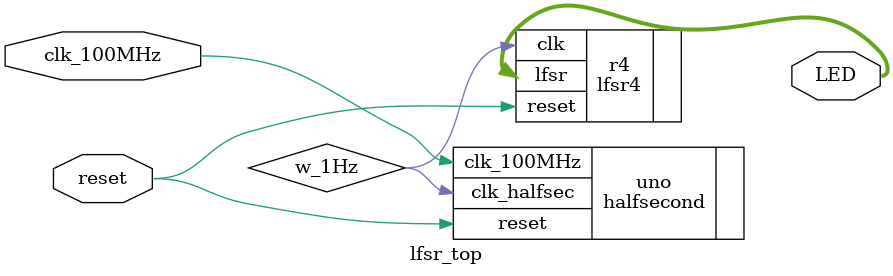
<source format=v>
`timescale 1ns / 1ps

module lfsr_top(
    input clk_100MHz,
    input reset,
    output [3:0] LED
    );
    
    wire w_1Hz;
    
    lfsr4 r4(
        .clk(w_1Hz),
        .reset(reset),
        .lfsr(LED)
    );
    
    
     halfsecond uno(
         .clk_100MHz(clk_100MHz),
         .reset(reset),
         .clk_halfsec(w_1Hz)
     );
    
    // oneHz_gen uno(
    //     .clk_100MHz(clk_100MHz),
    //     .reset(reset),
    //     .clk_1Hz(w_1Hz)
    // );
     
endmodule

</source>
